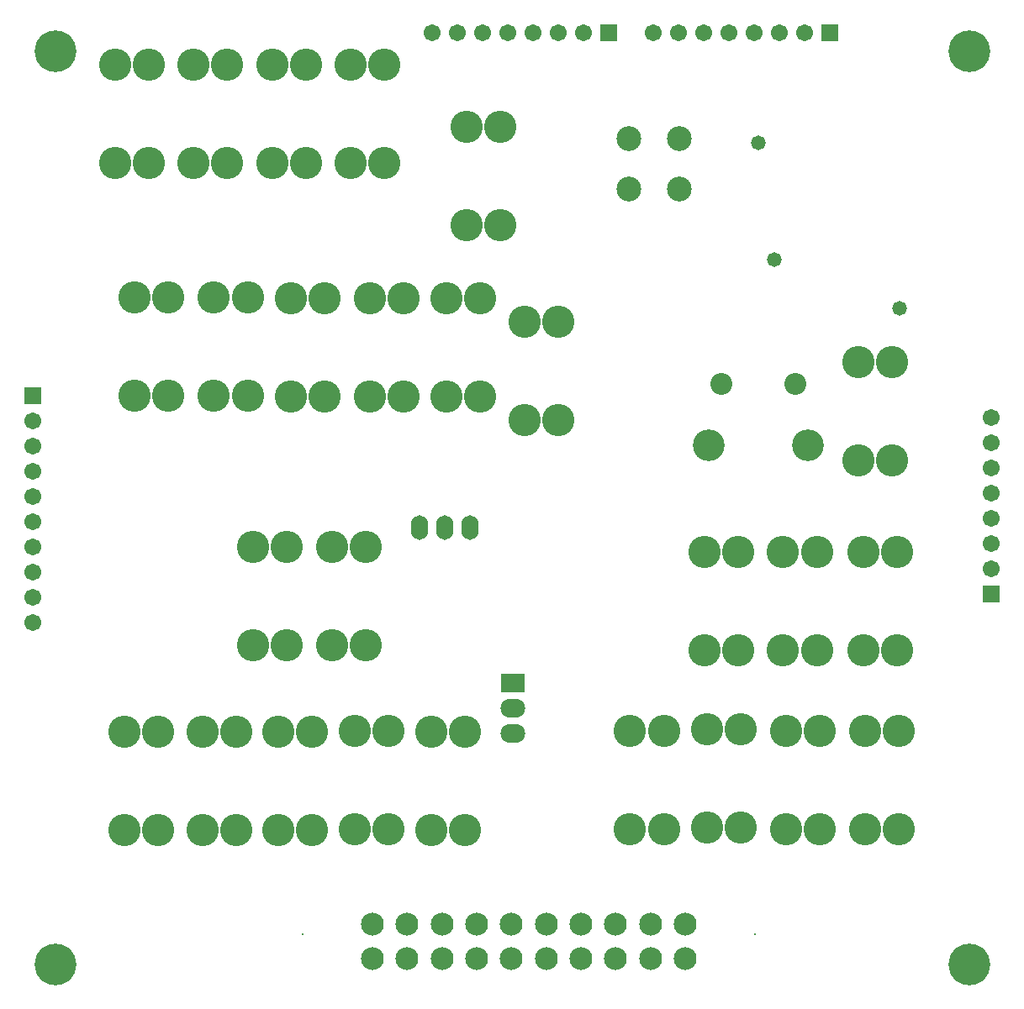
<source format=gbs>
G04*
G04 #@! TF.GenerationSoftware,Altium Limited,Altium Designer,18.0.11 (651)*
G04*
G04 Layer_Color=16711935*
%FSLAX44Y44*%
%MOMM*%
G71*
G01*
G75*
%ADD32R,1.7032X1.7032*%
%ADD33C,1.7032*%
%ADD34C,0.2032*%
%ADD35C,2.3032*%
%ADD36C,3.2512*%
%ADD37C,2.2032*%
%ADD38C,3.2032*%
%ADD39C,2.5032*%
%ADD40R,1.7032X1.7032*%
%ADD41O,2.4892X1.9032*%
%ADD42R,2.4892X1.9032*%
%ADD43O,1.7272X2.4892*%
%ADD44C,1.4732*%
%ADD45C,4.2032*%
D32*
X1104600Y1741000D02*
D03*
X1327800D02*
D03*
D33*
X1079200D02*
D03*
X1053800D02*
D03*
X1028400D02*
D03*
X1003000D02*
D03*
X977600D02*
D03*
X952200D02*
D03*
X926800D02*
D03*
X1302400D02*
D03*
X1277000D02*
D03*
X1251600D02*
D03*
X1226200D02*
D03*
X1200800D02*
D03*
X1175400D02*
D03*
X1150000D02*
D03*
X525000Y1324200D02*
D03*
Y1146400D02*
D03*
Y1171800D02*
D03*
Y1197200D02*
D03*
Y1222600D02*
D03*
Y1248000D02*
D03*
Y1273400D02*
D03*
Y1298800D02*
D03*
Y1349600D02*
D03*
X1490000Y1200400D02*
D03*
Y1225800D02*
D03*
Y1251200D02*
D03*
Y1276600D02*
D03*
Y1302000D02*
D03*
Y1327400D02*
D03*
Y1352800D02*
D03*
D34*
X1252000Y832000D02*
D03*
X797000D02*
D03*
D35*
X1182000Y807400D02*
D03*
X1147000D02*
D03*
X1112000D02*
D03*
X1077000D02*
D03*
X1042000D02*
D03*
X1007000D02*
D03*
X972000D02*
D03*
X937000D02*
D03*
X902000D02*
D03*
X867000D02*
D03*
Y842400D02*
D03*
X1182000D02*
D03*
X1147000D02*
D03*
X1112000D02*
D03*
X1077000D02*
D03*
X1042000D02*
D03*
X1007000D02*
D03*
X972000D02*
D03*
X937000D02*
D03*
X902000D02*
D03*
D36*
X1356000Y1409060D02*
D03*
X1390036D02*
D03*
X1356000Y1310000D02*
D03*
X1390036D02*
D03*
X695706Y1035812D02*
D03*
X729742D02*
D03*
X695706Y936752D02*
D03*
X729742D02*
D03*
X617474Y1035812D02*
D03*
X651510D02*
D03*
X617474Y936752D02*
D03*
X651510D02*
D03*
X772160Y1036320D02*
D03*
X806196D02*
D03*
X772160Y937260D02*
D03*
X806196D02*
D03*
X849376Y1037082D02*
D03*
X883412D02*
D03*
X849376Y938022D02*
D03*
X883412D02*
D03*
X926084Y1036320D02*
D03*
X960120D02*
D03*
X926084Y937260D02*
D03*
X960120D02*
D03*
X826000Y1222060D02*
D03*
X860036D02*
D03*
X826000Y1123000D02*
D03*
X860036D02*
D03*
X746964Y1222060D02*
D03*
X781000D02*
D03*
X746964Y1123000D02*
D03*
X781000D02*
D03*
X1283208Y1037336D02*
D03*
X1317244D02*
D03*
X1283208Y938276D02*
D03*
X1317244D02*
D03*
X1363218Y1037336D02*
D03*
X1397254D02*
D03*
X1363218Y938276D02*
D03*
X1397254D02*
D03*
X1203706Y1038352D02*
D03*
X1237742D02*
D03*
X1203706Y939292D02*
D03*
X1237742D02*
D03*
X961964Y1646060D02*
D03*
X996000D02*
D03*
X961964Y1547000D02*
D03*
X996000D02*
D03*
X607964Y1708000D02*
D03*
X642000D02*
D03*
X607964Y1608940D02*
D03*
X642000D02*
D03*
X686562Y1708150D02*
D03*
X720598D02*
D03*
X686562Y1609090D02*
D03*
X720598D02*
D03*
X766064Y1708658D02*
D03*
X800100D02*
D03*
X766064Y1609598D02*
D03*
X800100D02*
D03*
X1126490Y1037336D02*
D03*
X1160526D02*
D03*
X1126490Y938276D02*
D03*
X1160526D02*
D03*
X1201468Y1217060D02*
D03*
X1235504D02*
D03*
X1201468Y1118000D02*
D03*
X1235504D02*
D03*
X1280468Y1217060D02*
D03*
X1314504D02*
D03*
X1280468Y1118000D02*
D03*
X1314504D02*
D03*
X1361468Y1217060D02*
D03*
X1395504D02*
D03*
X1361468Y1118000D02*
D03*
X1395504D02*
D03*
X1020064Y1449578D02*
D03*
X1054100D02*
D03*
X1020064Y1350518D02*
D03*
X1054100D02*
D03*
X707390Y1474216D02*
D03*
X741426D02*
D03*
X707390Y1375156D02*
D03*
X741426D02*
D03*
X785114Y1472692D02*
D03*
X819150D02*
D03*
X785114Y1373632D02*
D03*
X819150D02*
D03*
X864362Y1473454D02*
D03*
X898398D02*
D03*
X864362Y1374394D02*
D03*
X898398D02*
D03*
X845000Y1708000D02*
D03*
X879036D02*
D03*
X845000Y1608940D02*
D03*
X879036D02*
D03*
X941324Y1473200D02*
D03*
X975360D02*
D03*
X941324Y1374140D02*
D03*
X975360D02*
D03*
X627634Y1474216D02*
D03*
X661670D02*
D03*
X627634Y1375156D02*
D03*
X661670D02*
D03*
D37*
X1293000Y1387000D02*
D03*
X1218000D02*
D03*
D38*
X1205500Y1324500D02*
D03*
X1305500D02*
D03*
D39*
X1125220Y1583182D02*
D03*
X1176020D02*
D03*
Y1633982D02*
D03*
X1125220D02*
D03*
D40*
X525000Y1375000D02*
D03*
X1490000Y1175000D02*
D03*
D41*
X1008126Y1034288D02*
D03*
Y1059688D02*
D03*
D42*
Y1085088D02*
D03*
D43*
X914400Y1242060D02*
D03*
X939800D02*
D03*
X965200D02*
D03*
D44*
X1256000Y1630000D02*
D03*
X1272000Y1512000D02*
D03*
X1398016Y1463294D02*
D03*
D45*
X1468000Y802000D02*
D03*
X548000Y1722000D02*
D03*
X1468000D02*
D03*
X548000Y802000D02*
D03*
M02*

</source>
